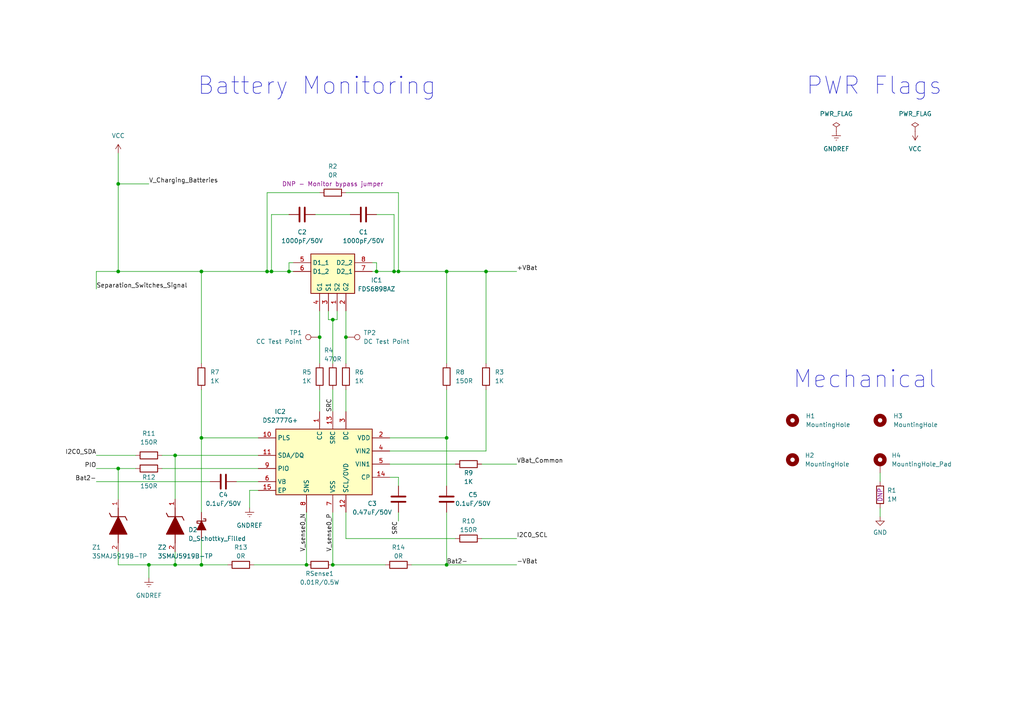
<source format=kicad_sch>
(kicad_sch (version 20230121) (generator eeschema)
  (paper "A4")
  (title_block (title "Battery Module 4c2") (date "2023-08-10") (comment 1 "Vitória Beatriz Bianchin <vitoriabbianchin@gmail.com>"))
  (lib_symbols
    (symbol "3SMAJ5919B-TP:3SMAJ5919B-TP" (pin_names hide)
      (property "Reference" "Z" (at 10.16 8.89 0))
      (property "Value" "3SMAJ5919B-TP" (at 10.16 6.35 0))
      (symbol "3SMAJ5919B-TP_1_1"
        (polyline (pts (xy 2.54 0) (xy 5.08 0)) (stroke (width 0.254)))
        (polyline (pts (xy 4.064 -2.54) (xy 5.08 -2.032)) (stroke (width 0.254)))
        (polyline (pts (xy 5.08 2.032) (xy 5.08 -2.032)) (stroke (width 0.254)))
        (polyline (pts (xy 5.08 2.032) (xy 6.096 2.54)) (stroke (width 0.254)))
        (polyline (pts (xy 12.7 0) (xy 10.16 0)) (stroke (width 0.254)))
        (polyline (pts (xy 5.08 0) (xy 10.16 2.54) (xy 10.16 -2.54) (xy 5.08 0)) (stroke (width 0.254)) (fill (type outline)))
        (pin passive line (at 0 0 0) (length 2.54) (name "K") (number "1"))
        (pin passive line (at 15.24 0 180) (length 2.54) (name "A") (number "2"))
      )
    )
    (symbol "Connector:TestPoint" (pin_numbers hide) (pin_names (offset 0.762) hide)
      (property "Reference" "TP" (at 0 6.858 0))
      (property "Value" "TestPoint" (at 0 5.08 0))
      (symbol "TestPoint_0_1"
        (circle (center 0 3.302) (radius 0.762))
      )
      (symbol "TestPoint_1_1"
        (pin passive line (at 0 0 90) (length 2.54) (name "1") (number "1"))
      )
    )
    (symbol "DS2777G+:DS2777G+"
      (property "Reference" "IC2" (at 6.35 7.62 0))
      (property "Value" "DS2777G+" (at 6.35 5.08 0))
      (symbol "DS2777G+_1_1"
        (rectangle (start 5.08 2.54) (end 33.02 -16.51) (stroke (width 0.254)) (fill (type background)))
        (pin passive line (at 17.78 7.62 270) (length 5.08) (name "CC") (number "1"))
        (pin passive line (at 0 0 0) (length 5.08) (name "PLS") (number "10"))
        (pin passive line (at 0 -5.08 0) (length 5.08) (name "SDA/DQ") (number "11"))
        (pin passive line (at 25.4 -21.59 90) (length 5.08) (name "SCL/OVD") (number "12"))
        (pin passive line (at 21.59 7.62 270) (length 5.08) (name "SRC") (number "13"))
        (pin passive line (at 38.1 -11.43 180) (length 5.08) (name "CP") (number "14"))
        (pin passive line (at 0 -15.24 0) (length 5.08) (name "EP") (number "15"))
        (pin passive line (at 38.1 0 180) (length 5.08) (name "VDD") (number "2"))
        (pin passive line (at 25.4 7.62 270) (length 5.08) (name "DC") (number "3"))
        (pin passive line (at 38.1 -3.81 180) (length 5.08) (name "VIN2") (number "4"))
        (pin passive line (at 38.1 -7.62 180) (length 5.08) (name "VIN1") (number "5"))
        (pin passive line (at 0 -12.7 0) (length 5.08) (name "VB") (number "6"))
        (pin passive line (at 21.59 -21.59 90) (length 5.08) (name "VSS") (number "7"))
        (pin passive line (at 13.97 -21.59 90) (length 5.08) (name "SNS") (number "8"))
        (pin passive line (at 0 -8.89 0) (length 5.08) (name "PIO") (number "9"))
      )
    )
    (symbol "Device:C" (pin_numbers hide) (pin_names (offset 0.254))
      (property "Reference" "C" (at 0.635 2.54 0))
      (property "Value" "C" (at 0.635 -2.54 0))
      (symbol "C_0_1"
        (polyline (pts (xy -2.032 -0.762) (xy 2.032 -0.762)) (stroke (width 0.508)))
        (polyline (pts (xy -2.032 0.762) (xy 2.032 0.762)) (stroke (width 0.508)))
      )
      (symbol "C_1_1"
        (pin passive line (at 0 3.81 270) (length 2.794) (name "~") (number "1"))
        (pin passive line (at 0 -3.81 90) (length 2.794) (name "~") (number "2"))
      )
    )
    (symbol "Device:D_Schottky_Filled" (pin_numbers hide) (pin_names (offset 1.016) hide)
      (property "Reference" "D" (at 0 2.54 0))
      (property "Value" "D_Schottky_Filled" (at 0 -2.54 0))
      (symbol "D_Schottky_Filled_0_1"
        (polyline (pts (xy 1.27 0) (xy -1.27 0)))
        (polyline (pts (xy 1.27 1.27) (xy 1.27 -1.27) (xy -1.27 0) (xy 1.27 1.27)) (stroke (width 0.254)) (fill (type outline)))
        (polyline (pts (xy -1.905 0.635) (xy -1.905 1.27) (xy -1.27 1.27) (xy -1.27 -1.27) (xy -0.635 -1.27) (xy -0.635 -0.635)) (stroke (width 0.254)))
      )
      (symbol "D_Schottky_Filled_1_1"
        (pin passive line (at -3.81 0 0) (length 2.54) (name "K") (number "1"))
        (pin passive line (at 3.81 0 180) (length 2.54) (name "A") (number "2"))
      )
    )
    (symbol "Device:R" (pin_numbers hide) (pin_names (offset 0))
      (property "Reference" "R" (at 2.032 0 90))
      (property "Value" "R" (at 0 0 90))
      (symbol "R_0_1"
        (rectangle (start -1.016 -2.54) (end 1.016 2.54) (stroke (width 0.254)))
      )
      (symbol "R_1_1"
        (pin passive line (at 0 3.81 270) (length 1.27) (name "~") (number "1"))
        (pin passive line (at 0 -3.81 90) (length 1.27) (name "~") (number "2"))
      )
    )
    (symbol "FDS6898AZ-:FDS6898AZ"
      (property "Reference" "IC1" (at 12.7 7.62 0))
      (property "Value" "FDS6898AZ" (at 12.7 5.08 0))
      (symbol "FDS6898AZ_1_1"
        (rectangle (start 6.35 -6.35) (end 19.05 -17.78) (stroke (width 0.254)) (fill (type background)))
        (pin passive line (at 13.97 -22.86 90) (length 5.08) (name "S2") (number "1"))
        (pin passive line (at 16.51 -22.86 90) (length 5.08) (name "G2") (number "2"))
        (pin passive line (at 11.43 -22.86 90) (length 5.08) (name "S1") (number "3"))
        (pin passive line (at 8.89 -22.86 90) (length 5.08) (name "G1") (number "4"))
        (pin passive line (at 1.27 -8.89 0) (length 5.08) (name "D1_1") (number "5"))
        (pin passive line (at 1.27 -11.43 0) (length 5.08) (name "D1_2") (number "6"))
        (pin passive line (at 24.13 -11.43 180) (length 5.08) (name "D2_1") (number "7"))
        (pin passive line (at 24.13 -8.89 180) (length 5.08) (name "D2_2") (number "8"))
      )
    )
    (symbol "Mechanical:MountingHole" (pin_names (offset 1.016))
      (property "Reference" "H" (at 0 5.08 0))
      (property "Value" "MountingHole" (at 0 3.175 0))
      (symbol "MountingHole_0_1"
        (circle (center 0 0) (radius 1.27) (stroke (width 1.27)))
      )
    )
    (symbol "Mechanical:MountingHole_Pad" (pin_numbers hide) (pin_names (offset 1.016) hide)
      (property "Reference" "H" (at 0 6.35 0))
      (property "Value" "MountingHole_Pad" (at 0 4.445 0))
      (symbol "MountingHole_Pad_0_1"
        (circle (center 0 1.27) (radius 1.27) (stroke (width 1.27)))
      )
      (symbol "MountingHole_Pad_1_1"
        (pin input line (at 0 -2.54 90) (length 2.54) (name "1") (number "1"))
      )
    )
    (symbol "power:GND" (power) (pin_names (offset 0))
      (property "Value" "GND" (at 0 -3.81 0))
      (symbol "GND_0_1"
        (polyline (pts (xy 0 0) (xy 0 -1.27) (xy 1.27 -1.27) (xy 0 -2.54) (xy -1.27 -1.27) (xy 0 -1.27)))
      )
      (symbol "GND_1_1"
        (pin power_in line (at 0 0 270) (length 0) hide (name "GND") (number "1"))
      )
    )
    (symbol "power:GNDREF" (power) (pin_names (offset 0))
      (property "Value" "GNDREF" (at 0 -3.81 0))
      (symbol "GNDREF_0_1"
        (polyline (pts (xy -0.635 -1.905) (xy 0.635 -1.905)))
        (polyline (pts (xy -0.127 -2.54) (xy 0.127 -2.54)))
        (polyline (pts (xy 0 -1.27) (xy 0 0)))
        (polyline (pts (xy 1.27 -1.27) (xy -1.27 -1.27)))
      )
      (symbol "GNDREF_1_1"
        (pin power_in line (at 0 0 270) (length 0) hide (name "GNDREF") (number "1"))
      )
    )
    (symbol "power:PWR_FLAG" (power) (pin_numbers hide) (pin_names (offset 0) hide)
      (property "Value" "PWR_FLAG" (at 0 3.81 0))
      (symbol "PWR_FLAG_0_0"
        (pin power_out line (at 0 0 90) (length 0) (name "pwr") (number "1"))
      )
      (symbol "PWR_FLAG_0_1"
        (polyline (pts (xy 0 0) (xy 0 1.27) (xy -1.016 1.905) (xy 0 2.54) (xy 1.016 1.905) (xy 0 1.27)))
      )
    )
    (symbol "power:VCC" (power) (pin_names (offset 0))
      (property "Value" "VCC" (at 0 3.81 0))
      (symbol "VCC_0_1"
        (polyline (pts (xy -0.762 1.27) (xy 0 2.54)))
        (polyline (pts (xy 0 0) (xy 0 2.54)))
        (polyline (pts (xy 0 2.54) (xy 0.762 1.27)))
      )
      (symbol "VCC_1_1"
        (pin power_in line (at 0 0 90) (length 0) hide (name "VCC") (number "1"))
      )
    )
  )
  (junction (at 83.82 78.74))
  (junction (at 129.54 163.83))
  (junction (at 43.18 163.83))
  (junction (at 96.52 163.83))
  (junction (at 100.33 97.79))
  (junction (at 34.29 135.89))
  (junction (at 129.54 127))
  (junction (at 58.42 78.74))
  (junction (at 78.74 78.74))
  (junction (at 50.8 163.83))
  (junction (at 114.3 78.74))
  (junction (at 58.42 163.83))
  (junction (at 34.29 53.34))
  (junction (at 77.47 78.74))
  (junction (at 58.42 127))
  (junction (at 96.52 92.71))
  (junction (at 109.22 78.74))
  (junction (at 115.57 78.74))
  (junction (at 34.29 78.74))
  (junction (at 140.97 78.74))
  (junction (at 129.54 78.74))
  (junction (at 50.8 132.08))
  (junction (at 92.71 97.79))
  (junction (at 88.9 163.83))
  (wire (pts (xy 96.52 92.71) (xy 97.79 92.71)))
  (wire (pts (xy 100.33 97.79) (xy 100.33 105.41)))
  (wire (pts (xy 34.29 53.34) (xy 34.29 78.74)))
  (wire (pts (xy 88.9 148.59) (xy 88.9 163.83)))
  (wire (pts (xy 34.29 78.74) (xy 58.42 78.74)))
  (wire (pts (xy 129.54 148.59) (xy 129.54 163.83)))
  (wire (pts (xy 115.57 148.59) (xy 115.57 151.13)))
  (wire (pts (xy 85.09 76.2) (xy 83.82 76.2)))
  (wire (pts (xy 129.54 163.83) (xy 149.86 163.83)))
  (wire (pts (xy 100.33 148.59) (xy 100.33 156.21)))
  (wire (pts (xy 255.27 137.16) (xy 255.27 139.7)))
  (wire (pts (xy 74.93 142.24) (xy 72.39 142.24)))
  (wire (pts (xy 95.25 92.71) (xy 96.52 92.71)))
  (wire (pts (xy 58.42 78.74) (xy 77.47 78.74)))
  (wire (pts (xy 255.27 147.32) (xy 255.27 149.86)))
  (wire (pts (xy 83.82 76.2) (xy 83.82 78.74)))
  (wire (pts (xy 83.82 78.74) (xy 85.09 78.74)))
  (wire (pts (xy 34.29 44.45) (xy 34.29 53.34)))
  (wire (pts (xy 27.94 78.74) (xy 27.94 83.82)))
  (wire (pts (xy 129.54 163.83) (xy 119.38 163.83)))
  (wire (pts (xy 129.54 113.03) (xy 129.54 127)))
  (wire (pts (xy 129.54 78.74) (xy 129.54 105.41)))
  (wire (pts (xy 43.18 163.83) (xy 34.29 163.83)))
  (wire (pts (xy 27.94 78.74) (xy 34.29 78.74)))
  (wire (pts (xy 58.42 163.83) (xy 50.8 163.83)))
  (wire (pts (xy 74.93 127) (xy 58.42 127)))
  (wire (pts (xy 109.22 76.2) (xy 107.95 76.2)))
  (wire (pts (xy 109.22 78.74) (xy 109.22 76.2)))
  (wire (pts (xy 46.99 132.08) (xy 50.8 132.08)))
  (wire (pts (xy 95.25 90.17) (xy 95.25 92.71)))
  (wire (pts (xy 115.57 78.74) (xy 129.54 78.74)))
  (wire (pts (xy 107.95 78.74) (xy 109.22 78.74)))
  (wire (pts (xy 58.42 163.83) (xy 58.42 156.21)))
  (wire (pts (xy 100.33 55.88) (xy 115.57 55.88)))
  (wire (pts (xy 140.97 78.74) (xy 140.97 105.41)))
  (wire (pts (xy 111.76 163.83) (xy 96.52 163.83)))
  (wire (pts (xy 46.99 135.89) (xy 74.93 135.89)))
  (wire (pts (xy 140.97 113.03) (xy 140.97 130.81)))
  (wire (pts (xy 100.33 156.21) (xy 132.08 156.21)))
  (wire (pts (xy 34.29 163.83) (xy 34.29 160.02)))
  (wire (pts (xy 100.33 113.03) (xy 100.33 119.38)))
  (wire (pts (xy 96.52 148.59) (xy 96.52 163.83)))
  (wire (pts (xy 140.97 78.74) (xy 149.86 78.74)))
  (wire (pts (xy 92.71 90.17) (xy 92.71 97.79)))
  (wire (pts (xy 72.39 142.24) (xy 72.39 147.32)))
  (wire (pts (xy 50.8 132.08) (xy 74.93 132.08)))
  (wire (pts (xy 68.58 139.7) (xy 74.93 139.7)))
  (wire (pts (xy 27.94 139.7) (xy 60.96 139.7)))
  (wire (pts (xy 43.18 163.83) (xy 43.18 167.64)))
  (wire (pts (xy 78.74 78.74) (xy 78.74 62.23)))
  (wire (pts (xy 139.7 134.62) (xy 149.86 134.62)))
  (wire (pts (xy 66.04 163.83) (xy 58.42 163.83)))
  (wire (pts (xy 100.33 90.17) (xy 100.33 97.79)))
  (wire (pts (xy 113.03 134.62) (xy 132.08 134.62)))
  (wire (pts (xy 114.3 62.23) (xy 109.22 62.23)))
  (wire (pts (xy 96.52 92.71) (xy 96.52 105.41)))
  (wire (pts (xy 78.74 62.23) (xy 83.82 62.23)))
  (wire (pts (xy 91.44 62.23) (xy 101.6 62.23)))
  (wire (pts (xy 88.9 163.83) (xy 73.66 163.83)))
  (wire (pts (xy 50.8 132.08) (xy 50.8 144.78)))
  (wire (pts (xy 140.97 130.81) (xy 113.03 130.81)))
  (wire (pts (xy 92.71 55.88) (xy 77.47 55.88)))
  (wire (pts (xy 139.7 156.21) (xy 149.86 156.21)))
  (wire (pts (xy 109.22 78.74) (xy 114.3 78.74)))
  (wire (pts (xy 115.57 138.43) (xy 115.57 140.97)))
  (wire (pts (xy 129.54 127) (xy 129.54 140.97)))
  (wire (pts (xy 58.42 113.03) (xy 58.42 127)))
  (wire (pts (xy 50.8 163.83) (xy 43.18 163.83)))
  (wire (pts (xy 27.94 132.08) (xy 39.37 132.08)))
  (wire (pts (xy 114.3 78.74) (xy 115.57 78.74)))
  (wire (pts (xy 58.42 78.74) (xy 58.42 105.41)))
  (wire (pts (xy 129.54 78.74) (xy 140.97 78.74)))
  (wire (pts (xy 50.8 160.02) (xy 50.8 163.83)))
  (wire (pts (xy 58.42 148.59) (xy 58.42 127)))
  (wire (pts (xy 114.3 78.74) (xy 114.3 62.23)))
  (wire (pts (xy 34.29 144.78) (xy 34.29 135.89)))
  (wire (pts (xy 78.74 78.74) (xy 83.82 78.74)))
  (wire (pts (xy 77.47 78.74) (xy 78.74 78.74)))
  (wire (pts (xy 77.47 55.88) (xy 77.47 78.74)))
  (wire (pts (xy 27.94 135.89) (xy 34.29 135.89)))
  (wire (pts (xy 96.52 113.03) (xy 96.52 119.38)))
  (wire (pts (xy 97.79 92.71) (xy 97.79 90.17)))
  (wire (pts (xy 115.57 55.88) (xy 115.57 78.74)))
  (wire (pts (xy 92.71 113.03) (xy 92.71 119.38)))
  (wire (pts (xy 92.71 97.79) (xy 92.71 105.41)))
  (wire (pts (xy 129.54 127) (xy 113.03 127)))
  (wire (pts (xy 113.03 138.43) (xy 115.57 138.43)))
  (wire (pts (xy 34.29 135.89) (xy 39.37 135.89)))
  (wire (pts (xy 34.29 53.34) (xy 43.18 53.34)))
  (text "PWR Flags" (at 233.68 27.94 0) (effects (font (size 5.0038 5.0038)) (justify left bottom)))
  (text "Battery Monitoring" (at 57.15 27.94 0) (effects (font (size 5.0038 5.0038)) (justify left bottom)))
  (text "Mechanical\n" (at 229.87 113.03 0) (effects (font (size 5.0038 5.0038)) (justify left bottom)))
  (label "Bat2-" (at 27.94 139.7 180))
  (label "I2C0_SCL" (at 149.86 156.21 0))
  (label "+VBat" (at 149.86 78.74 0))
  (label "-VBat" (at 149.86 163.83 0))
  (label "I2C0_SDA" (at 27.94 132.08 180))
  (label "SRC" (at 96.52 115.57 270))
  (label "V_sense0_N" (at 88.9 160.02 90))
  (label "V_sense0_P" (at 96.52 160.02 90))
  (label "VBat_Common" (at 149.86 134.62 0))
  (label "PIO" (at 27.94 135.89 180))
  (label "Separation_Switches_Signal" (at 27.94 83.82 0))
  (label "SRC" (at 115.57 151.13 270))
  (label "Bat2-" (at 129.54 163.83 0))
  (label "V_Charging_Batteries" (at 43.18 53.34 0))
  (symbol (lib_id "power:GNDREF") (at 72.39 147.32 0) (unit 1)
    (property "Reference" "#PWR02" (effects hide))
    (property "Value" "GNDREF" (at 72.39 152.4 0))
  )
  (symbol (lib_id "Device:R") (at 92.71 163.83 90) (unit 1)
    (property "Reference" "RSense1" (at 92.71 166.37 90))
    (property "Value" "0.01R/0.5W" (at 92.71 168.91 90))
  )
  (symbol (lib_id "Connector:TestPoint") (at 92.71 97.79 90) (unit 1)
    (property "Reference" "TP1" (at 87.63 96.52 90) (effects (justify left)))
    (property "Value" "CC Test Point" (at 87.63 99.06 90) (effects (justify left)))
  )
  (symbol (lib_id "Device:R") (at 96.52 55.88 90) (unit 1)
    (property "Reference" "R2" (at 96.52 48.26 90))
    (property "Value" "0R" (at 96.52 50.8 90))
    (property "Comments" "DNP - Monitor bypass jumper" (at 96.52 53.34 90))
  )
  (symbol (lib_id "power:PWR_FLAG") (at 242.57 38.1 0) (unit 1)
    (property "Reference" "#FLG02" (effects hide))
    (property "Value" "PWR_FLAG" (at 242.57 33.02 0))
  )
  (symbol (lib_id "power:VCC") (at 34.29 44.45 0) (unit 1)
    (property "Reference" "#PWR04" (effects hide))
    (property "Value" "VCC" (at 34.29 39.37 0))
  )
  (symbol (lib_id "Device:D_Schottky_Filled") (at 58.42 152.4 270) (unit 1)
    (property "Reference" "D2" (at 54.61 153.67 90) (effects (justify left)))
    (property "Value" "D_Schottky_Filled" (at 54.61 156.21 90) (effects (justify left)))
  )
  (symbol (lib_id "Device:R") (at 135.89 156.21 90) (unit 1)
    (property "Reference" "R10" (at 135.89 151.13 90))
    (property "Value" "150R" (at 135.89 153.67 90))
  )
  (symbol (lib_id "power:GNDREF") (at 242.57 38.1 0) (unit 1)
    (property "Reference" "#PWR05" (effects hide))
    (property "Value" "GNDREF" (at 242.57 43.18 0))
  )
  (symbol (lib_id "Device:R") (at 140.97 109.22 0) (unit 1)
    (property "Reference" "R3" (at 143.51 107.95 0) (effects (justify left)))
    (property "Value" "1K" (at 143.51 110.49 0) (effects (justify left)))
  )
  (symbol (lib_id "Device:C") (at 87.63 62.23 270) (unit 1)
    (property "Reference" "C2" (at 87.63 67.31 90))
    (property "Value" "1000pF/50V" (at 87.63 69.85 90))
  )
  (symbol (lib_id "power:VCC") (at 265.43 38.1 180) (unit 1)
    (property "Reference" "#PWR06" (effects hide))
    (property "Value" "VCC" (at 265.43 43.18 0))
  )
  (symbol (lib_id "Device:C") (at 129.54 144.78 180) (unit 1)
    (property "Reference" "C5" (at 137.16 143.51 0))
    (property "Value" "0.1uF/50V" (at 137.16 146.05 0))
  )
  (symbol (lib_id "Device:R") (at 96.52 109.22 0) (unit 1)
    (property "Reference" "R4" (at 93.98 101.6 0) (effects (justify left)))
    (property "Value" "470R" (at 93.98 104.14 0) (effects (justify left)))
  )
  (symbol (lib_id "Device:R") (at 69.85 163.83 90) (unit 1)
    (property "Reference" "R13" (at 69.85 158.75 90))
    (property "Value" "0R" (at 69.85 161.29 90))
  )
  (symbol (lib_id "Mechanical:MountingHole") (at 229.87 133.35 0) (unit 1) (in_bom no)
    (property "Reference" "H2" (at 233.445 132.0799 0) (effects (justify left)))
    (property "Value" "MountingHole" (at 233.445 134.6199 0) (effects (justify left)))
    (property "Footprint" "MountingHole:MountingHole_3.2mm_M3_ISO14580_Pad" (effects hide))
  )
  (symbol (lib_id "Device:R") (at 92.71 109.22 180) (unit 1)
    (property "Reference" "R5" (at 87.63 107.95 0) (effects (justify right)))
    (property "Value" "1K" (at 87.63 110.49 0) (effects (justify right)))
  )
  (symbol (lib_id "Device:R") (at 100.33 109.22 0) (unit 1)
    (property "Reference" "R6" (at 102.87 107.95 0) (effects (justify left)))
    (property "Value" "1K" (at 102.87 110.49 0) (effects (justify left)))
  )
  (symbol (lib_id "Device:C") (at 105.41 62.23 90) (unit 1)
    (property "Reference" "C1" (at 105.41 67.31 90))
    (property "Value" "1000pF/50V" (at 105.41 69.85 90))
  )
  (symbol (lib_id "Device:C") (at 115.57 144.78 180) (unit 1)
    (property "Reference" "C3" (at 107.95 146.05 0))
    (property "Value" "0.47uF/50V" (at 107.95 148.59 0))
  )
  (symbol (lib_id "Device:R") (at 58.42 109.22 0) (unit 1)
    (property "Reference" "R7" (at 60.96 107.95 0) (effects (justify left)))
    (property "Value" "1K" (at 60.96 110.49 0) (effects (justify left)))
  )
  (symbol (lib_id "Device:R") (at 255.27 143.51 0) (unit 1)
    (property "Reference" "R1" (at 257.302 142.2399 0) (effects (justify left)))
    (property "Value" "1M" (at 257.302 144.7799 0) (effects (justify left)))
    (property "Footprint" "Resistor_SMD:R_0603_1608Metric_Pad0.98x0.95mm_HandSolder" (effects hide))
    (property "Datasheet" "DNP" (at 255.27 143.51 90))
    (property "Partnumber" "MCT06030C1004FP500" (effects hide))
  )
  (symbol (lib_id "Mechanical:MountingHole_Pad") (at 255.27 134.62 0) (unit 1) (in_bom no)
    (property "Reference" "H4" (at 258.572 132.0799 0) (effects (justify left)))
    (property "Value" "MountingHole_Pad" (at 258.572 134.6199 0) (effects (justify left)))
    (property "Footprint" "MountingHole:MountingHole_3.2mm_M3_ISO14580_Pad" (effects hide))
  )
  (symbol (lib_id "Mechanical:MountingHole") (at 255.27 121.92 0) (unit 1) (in_bom no)
    (property "Reference" "H3" (at 259.08 120.65 0) (effects (justify left)))
    (property "Value" "MountingHole" (at 259.08 123.19 0) (effects (justify left)))
    (property "Footprint" "MountingHole:MountingHole_3.2mm_M3_ISO14580_Pad" (effects hide))
  )
  (symbol (lib_id "power:GND") (at 255.27 149.86 0) (unit 1)
    (property "Reference" "#PWR01" (effects hide))
    (property "Value" "GND" (at 255.27 154.432 0))
  )
  (symbol (lib_id "DS2777G+:DS2777G+") (at 74.93 127 0) (unit 1)
    (property "Reference" "IC2" (at 81.28 119.38 0))
    (property "Value" "DS2777G+" (at 81.28 121.92 0))
    (property "Footprint" "SON40P500X300X80-15N-D" (effects hide))
    (property "Datasheet" "https://datasheets.maximintegrated.com/en/ds/DS2775-DS2778.pdf" (effects hide))
    (property "Height" "0.8" (effects hide))
    (property "Mouser Part Number" "700-DS2777G" (effects hide))
    (property "Mouser Price/Stock" "https://www.mouser.co.uk/ProductDetail/Maxim-Integrated/DS2777G%2b?qs=LHmEVA8xxfYz6minjeAAkw%3D%3D" (effects hide))
    (property "Manufacturer_Name" "Analog Devices" (effects hide))
    (property "Manufacturer_Part_Number" "DS2777G+" (effects hide))
  )
  (symbol (lib_id "3SMAJ5919B-TP:3SMAJ5919B-TP") (at 34.29 144.78 270) (unit 1)
    (property "Reference" "Z1" (at 26.67 158.75 90) (effects (justify left)))
    (property "Value" "3SMAJ5919B-TP" (at 26.67 161.29 90) (effects (justify left)))
    (property "Footprint" "DIOM5226X244N" (effects hide))
    (property "Datasheet" "https://mccsemi.com/pdf/Products/3SMAJ5918B-3SMAJ5956B(SMA).pdf" (effects hide))
    (property "Height" "2.44" (effects hide))
    (property "Mouser Part Number" "833-3SMAJ5919B-TP" (effects hide))
    (property "Mouser Price/Stock" "https://www.mouser.co.uk/ProductDetail/Micro-Commercial-Components-MCC/3SMAJ5919B-TP?qs=ZNK0BnemlqFOug%252B1FuXOvQ%3D%3D" (effects hide))
    (property "Manufacturer_Name" "MCC" (effects hide))
    (property "Manufacturer_Part_Number" "3SMAJ5919B-TP" (effects hide))
  )
  (symbol (lib_id "power:PWR_FLAG") (at 265.43 38.1 0) (unit 1)
    (property "Reference" "#FLG01" (effects hide))
    (property "Value" "PWR_FLAG" (at 265.43 33.02 0))
  )
  (symbol (lib_id "power:GNDREF") (at 43.18 167.64 0) (unit 1)
    (property "Reference" "#PWR03" (effects hide))
    (property "Value" "GNDREF" (at 43.18 172.72 0))
  )
  (symbol (lib_id "Device:R") (at 43.18 132.08 90) (unit 1)
    (property "Reference" "R11" (at 43.18 125.73 90))
    (property "Value" "150R" (at 43.18 128.27 90))
  )
  (symbol (lib_id "FDS6898AZ-:FDS6898AZ") (at 83.82 67.31 0) (unit 1)
    (property "Reference" "IC1" (at 109.22 81.28 0))
    (property "Value" "FDS6898AZ" (at 109.22 83.82 0))
    (property "Footprint" "SOIC127P600X175-8N" (effects hide))
    (property "Datasheet" "https://datasheet.datasheetarchive.com/originals/distributors/Datasheets_SAMA/aed9b2fe0215d221e3e246017d3462cd.pdf" (effects hide))
    (property "Height" "1.75" (effects hide))
    (property "Mouser Part Number" "512-FDS6898AZ" (effects hide))
    (property "Mouser Price/Stock" "https://www.mouser.co.uk/ProductDetail/ON-Semiconductor-Fairchild/FDS6898AZ?qs=M37yUtvuNLyt4PLCZo7LIg%3D%3D" (effects hide))
    (property "Manufacturer_Name" "onsemi" (effects hide))
    (property "Manufacturer_Part_Number" "FDS6898AZ" (effects hide))
  )
  (symbol (lib_id "Connector:TestPoint") (at 100.33 97.79 270) (unit 1)
    (property "Reference" "TP2" (at 105.41 96.52 90) (effects (justify left)))
    (property "Value" "DC Test Point" (at 105.41 99.06 90) (effects (justify left)))
  )
  (symbol (lib_id "Device:R") (at 129.54 109.22 0) (unit 1)
    (property "Reference" "R8" (at 132.08 107.95 0) (effects (justify left)))
    (property "Value" "150R" (at 132.08 110.49 0) (effects (justify left)))
  )
  (symbol (lib_id "Device:R") (at 135.89 134.62 90) (unit 1)
    (property "Reference" "R9" (at 135.89 137.16 90))
    (property "Value" "1K" (at 135.89 139.7 90))
  )
  (symbol (lib_id "Mechanical:MountingHole") (at 229.87 121.92 0) (unit 1) (in_bom no)
    (property "Reference" "H1" (at 233.68 120.65 0) (effects (justify left)))
    (property "Value" "MountingHole" (at 233.68 123.19 0) (effects (justify left)))
    (property "Footprint" "MountingHole:MountingHole_3.2mm_M3_ISO14580_Pad" (effects hide))
  )
  (symbol (lib_id "Device:R") (at 115.57 163.83 90) (unit 1)
    (property "Reference" "R14" (at 115.57 158.75 90))
    (property "Value" "0R" (at 115.57 161.29 90))
  )
  (symbol (lib_id "Device:C") (at 64.77 139.7 90) (unit 1)
    (property "Reference" "C4" (at 64.77 143.51 90))
    (property "Value" "0.1uF/50V" (at 64.77 146.05 90))
  )
  (symbol (lib_id "3SMAJ5919B-TP:3SMAJ5919B-TP") (at 50.8 144.78 270) (unit 1)
    (property "Reference" "Z2" (at 45.72 158.75 90) (effects (justify left)))
    (property "Value" "3SMAJ5919B-TP" (at 45.72 161.29 90) (effects (justify left)))
    (property "Footprint" "DIOM5226X244N" (effects hide))
    (property "Datasheet" "https://mccsemi.com/pdf/Products/3SMAJ5918B-3SMAJ5956B(SMA).pdf" (effects hide))
    (property "Height" "2.44" (effects hide))
    (property "Mouser Part Number" "833-3SMAJ5919B-TP" (effects hide))
    (property "Mouser Price/Stock" "https://www.mouser.co.uk/ProductDetail/Micro-Commercial-Components-MCC/3SMAJ5919B-TP?qs=ZNK0BnemlqFOug%252B1FuXOvQ%3D%3D" (effects hide))
    (property "Manufacturer_Name" "MCC" (effects hide))
    (property "Manufacturer_Part_Number" "3SMAJ5919B-TP" (effects hide))
  )
  (symbol (lib_id "Device:R") (at 43.18 135.89 90) (unit 1)
    (property "Reference" "R12" (at 43.18 138.43 90))
    (property "Value" "150R" (at 43.18 140.97 90))
  )
)
</source>
